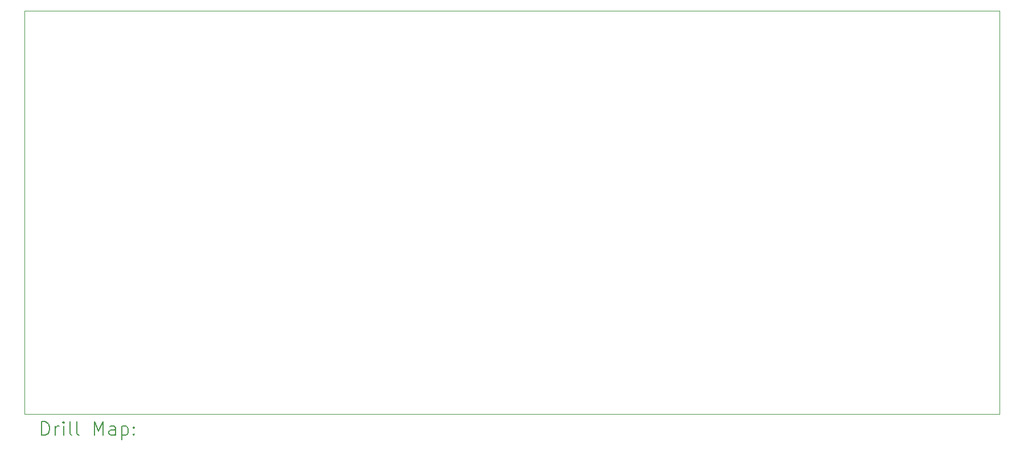
<source format=gbr>
%FSLAX45Y45*%
G04 Gerber Fmt 4.5, Leading zero omitted, Abs format (unit mm)*
G04 Created by KiCad (PCBNEW (6.0.5)) date 2022-05-30 11:18:54*
%MOMM*%
%LPD*%
G01*
G04 APERTURE LIST*
%TA.AperFunction,Profile*%
%ADD10C,0.100000*%
%TD*%
%ADD11C,0.200000*%
G04 APERTURE END LIST*
D10*
X4890000Y-5858000D02*
X19390000Y-5858000D01*
X19390000Y-5858000D02*
X19390000Y-11858000D01*
X19390000Y-11858000D02*
X4890000Y-11858000D01*
X4890000Y-11858000D02*
X4890000Y-5858000D01*
D11*
X5142619Y-12173476D02*
X5142619Y-11973476D01*
X5190238Y-11973476D01*
X5218810Y-11983000D01*
X5237857Y-12002048D01*
X5247381Y-12021095D01*
X5256905Y-12059190D01*
X5256905Y-12087762D01*
X5247381Y-12125857D01*
X5237857Y-12144905D01*
X5218810Y-12163952D01*
X5190238Y-12173476D01*
X5142619Y-12173476D01*
X5342619Y-12173476D02*
X5342619Y-12040143D01*
X5342619Y-12078238D02*
X5352143Y-12059190D01*
X5361667Y-12049667D01*
X5380714Y-12040143D01*
X5399762Y-12040143D01*
X5466429Y-12173476D02*
X5466429Y-12040143D01*
X5466429Y-11973476D02*
X5456905Y-11983000D01*
X5466429Y-11992524D01*
X5475952Y-11983000D01*
X5466429Y-11973476D01*
X5466429Y-11992524D01*
X5590238Y-12173476D02*
X5571190Y-12163952D01*
X5561667Y-12144905D01*
X5561667Y-11973476D01*
X5695000Y-12173476D02*
X5675952Y-12163952D01*
X5666428Y-12144905D01*
X5666428Y-11973476D01*
X5923571Y-12173476D02*
X5923571Y-11973476D01*
X5990238Y-12116333D01*
X6056905Y-11973476D01*
X6056905Y-12173476D01*
X6237857Y-12173476D02*
X6237857Y-12068714D01*
X6228333Y-12049667D01*
X6209286Y-12040143D01*
X6171190Y-12040143D01*
X6152143Y-12049667D01*
X6237857Y-12163952D02*
X6218809Y-12173476D01*
X6171190Y-12173476D01*
X6152143Y-12163952D01*
X6142619Y-12144905D01*
X6142619Y-12125857D01*
X6152143Y-12106809D01*
X6171190Y-12097286D01*
X6218809Y-12097286D01*
X6237857Y-12087762D01*
X6333095Y-12040143D02*
X6333095Y-12240143D01*
X6333095Y-12049667D02*
X6352143Y-12040143D01*
X6390238Y-12040143D01*
X6409286Y-12049667D01*
X6418809Y-12059190D01*
X6428333Y-12078238D01*
X6428333Y-12135381D01*
X6418809Y-12154428D01*
X6409286Y-12163952D01*
X6390238Y-12173476D01*
X6352143Y-12173476D01*
X6333095Y-12163952D01*
X6514048Y-12154428D02*
X6523571Y-12163952D01*
X6514048Y-12173476D01*
X6504524Y-12163952D01*
X6514048Y-12154428D01*
X6514048Y-12173476D01*
X6514048Y-12049667D02*
X6523571Y-12059190D01*
X6514048Y-12068714D01*
X6504524Y-12059190D01*
X6514048Y-12049667D01*
X6514048Y-12068714D01*
M02*

</source>
